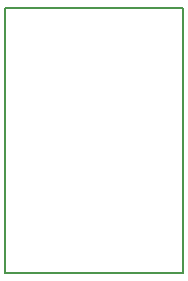
<source format=gm1>
G04 #@! TF.FileFunction,Profile,NP*
%FSLAX46Y46*%
G04 Gerber Fmt 4.6, Leading zero omitted, Abs format (unit mm)*
G04 Created by KiCad (PCBNEW 4.0.1-stable) date 2016 March 10, Thursday 22:45:26*
%MOMM*%
G01*
G04 APERTURE LIST*
%ADD10C,0.100000*%
%ADD11C,0.150000*%
G04 APERTURE END LIST*
D10*
D11*
X87500000Y-62500000D02*
X87500000Y-40000000D01*
X102500000Y-62500000D02*
X87500000Y-62500000D01*
X102500000Y-40000000D02*
X102500000Y-62500000D01*
X87500000Y-40000000D02*
X102500000Y-40000000D01*
M02*

</source>
